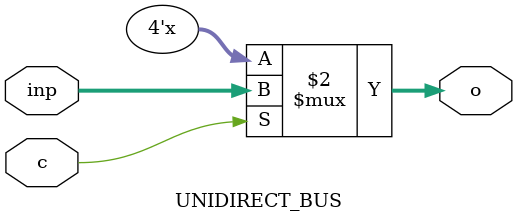
<source format=v>
`timescale 1ns / 1ps


module UNIDIRECT_BUS(
    input[3:0] inp,
    input c,
    output[3:0] o
    );
    
    assign o = c==1?inp:4'bz;
endmodule

</source>
